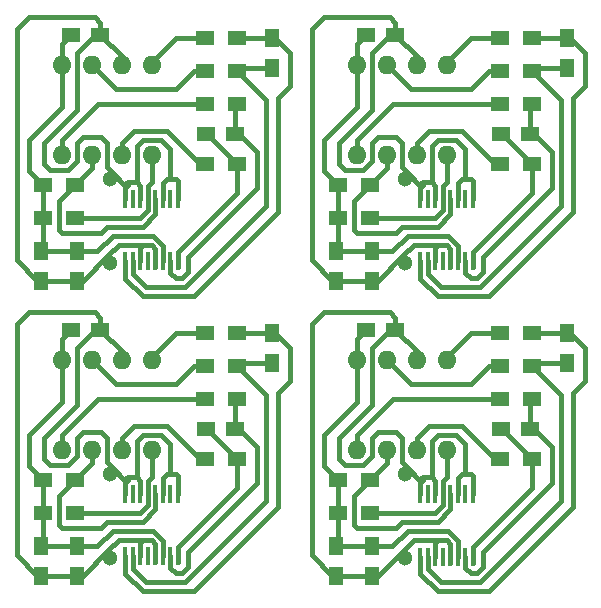
<source format=gtl>
G04 #@! TF.FileFunction,Copper,L1,Top,Signal*
%FSLAX46Y46*%
G04 Gerber Fmt 4.6, Leading zero omitted, Abs format (unit mm)*
G04 Created by KiCad (PCBNEW 0.201603210401+6634~43~ubuntu14.04.1-product) date mån 28 mar 2016 19:03:26*
%MOMM*%
G01*
G04 APERTURE LIST*
%ADD10C,0.100000*%
%ADD11R,0.410000X1.600000*%
%ADD12R,1.250000X1.500000*%
%ADD13R,1.500000X1.300000*%
%ADD14O,1.600000X1.600000*%
%ADD15R,1.500000X1.250000*%
%ADD16C,1.300000*%
%ADD17C,0.400000*%
G04 APERTURE END LIST*
D10*
D11*
X114998500Y-141185900D03*
X114363500Y-141185900D03*
X113728500Y-141185900D03*
X113093500Y-141185900D03*
X112458500Y-141185900D03*
X111823500Y-141185900D03*
X111188500Y-141185900D03*
X110553500Y-141185900D03*
X110553500Y-146494500D03*
X111188500Y-146494500D03*
X111823500Y-146494500D03*
X112458500Y-146494500D03*
X113093500Y-146494500D03*
X113728500Y-146494500D03*
X114363500Y-146494500D03*
X114998500Y-146494500D03*
D12*
X106426000Y-145638200D03*
X106426000Y-148138200D03*
D13*
X103552000Y-142824200D03*
X106252000Y-142824200D03*
X103552000Y-140030200D03*
X106252000Y-140030200D03*
D12*
X103378000Y-145638200D03*
X103378000Y-148138200D03*
D14*
X105156000Y-137490200D03*
X107696000Y-137490200D03*
X110236000Y-137490200D03*
X112776000Y-137490200D03*
X112776000Y-129870200D03*
X110236000Y-129870200D03*
X107696000Y-129870200D03*
X105156000Y-129870200D03*
D12*
X122936000Y-130104200D03*
X122936000Y-127604200D03*
D15*
X105938000Y-127330200D03*
X108438000Y-127330200D03*
D13*
X117268000Y-138252200D03*
X119968000Y-138252200D03*
X117268000Y-133172200D03*
X119968000Y-133172200D03*
X117268000Y-127584200D03*
X119968000Y-127584200D03*
X117268000Y-130378200D03*
X119968000Y-130378200D03*
D15*
X119868000Y-135712200D03*
X117368000Y-135712200D03*
D11*
X139966700Y-141211300D03*
X139331700Y-141211300D03*
X138696700Y-141211300D03*
X138061700Y-141211300D03*
X137426700Y-141211300D03*
X136791700Y-141211300D03*
X136156700Y-141211300D03*
X135521700Y-141211300D03*
X135521700Y-146519900D03*
X136156700Y-146519900D03*
X136791700Y-146519900D03*
X137426700Y-146519900D03*
X138061700Y-146519900D03*
X138696700Y-146519900D03*
X139331700Y-146519900D03*
X139966700Y-146519900D03*
D12*
X131394200Y-145663600D03*
X131394200Y-148163600D03*
D13*
X128520200Y-142849600D03*
X131220200Y-142849600D03*
X128520200Y-140055600D03*
X131220200Y-140055600D03*
D12*
X128346200Y-145663600D03*
X128346200Y-148163600D03*
D14*
X130124200Y-137515600D03*
X132664200Y-137515600D03*
X135204200Y-137515600D03*
X137744200Y-137515600D03*
X137744200Y-129895600D03*
X135204200Y-129895600D03*
X132664200Y-129895600D03*
X130124200Y-129895600D03*
D12*
X147904200Y-130129600D03*
X147904200Y-127629600D03*
D15*
X130906200Y-127355600D03*
X133406200Y-127355600D03*
D13*
X142236200Y-138277600D03*
X144936200Y-138277600D03*
X142236200Y-133197600D03*
X144936200Y-133197600D03*
X142236200Y-127609600D03*
X144936200Y-127609600D03*
X142236200Y-130403600D03*
X144936200Y-130403600D03*
D15*
X144836200Y-135737600D03*
X142336200Y-135737600D03*
D13*
X128520200Y-115062000D03*
X131220200Y-115062000D03*
X128520200Y-117856000D03*
X131220200Y-117856000D03*
X142236200Y-105410000D03*
X144936200Y-105410000D03*
X142236200Y-102616000D03*
X144936200Y-102616000D03*
X142236200Y-108204000D03*
X144936200Y-108204000D03*
X142236200Y-113284000D03*
X144936200Y-113284000D03*
D12*
X131394200Y-120670000D03*
X131394200Y-123170000D03*
X128346200Y-120670000D03*
X128346200Y-123170000D03*
D15*
X130906200Y-102362000D03*
X133406200Y-102362000D03*
D12*
X147904200Y-105136000D03*
X147904200Y-102636000D03*
D11*
X139966700Y-116217700D03*
X139331700Y-116217700D03*
X138696700Y-116217700D03*
X138061700Y-116217700D03*
X137426700Y-116217700D03*
X136791700Y-116217700D03*
X136156700Y-116217700D03*
X135521700Y-116217700D03*
X135521700Y-121526300D03*
X136156700Y-121526300D03*
X136791700Y-121526300D03*
X137426700Y-121526300D03*
X138061700Y-121526300D03*
X138696700Y-121526300D03*
X139331700Y-121526300D03*
X139966700Y-121526300D03*
D15*
X144836200Y-110744000D03*
X142336200Y-110744000D03*
D14*
X130124200Y-112522000D03*
X132664200Y-112522000D03*
X135204200Y-112522000D03*
X137744200Y-112522000D03*
X137744200Y-104902000D03*
X135204200Y-104902000D03*
X132664200Y-104902000D03*
X130124200Y-104902000D03*
X105156000Y-112522000D03*
X107696000Y-112522000D03*
X110236000Y-112522000D03*
X112776000Y-112522000D03*
X112776000Y-104902000D03*
X110236000Y-104902000D03*
X107696000Y-104902000D03*
X105156000Y-104902000D03*
D15*
X119868000Y-110744000D03*
X117368000Y-110744000D03*
D11*
X114998500Y-116217700D03*
X114363500Y-116217700D03*
X113728500Y-116217700D03*
X113093500Y-116217700D03*
X112458500Y-116217700D03*
X111823500Y-116217700D03*
X111188500Y-116217700D03*
X110553500Y-116217700D03*
X110553500Y-121526300D03*
X111188500Y-121526300D03*
X111823500Y-121526300D03*
X112458500Y-121526300D03*
X113093500Y-121526300D03*
X113728500Y-121526300D03*
X114363500Y-121526300D03*
X114998500Y-121526300D03*
D12*
X122936000Y-105136000D03*
X122936000Y-102636000D03*
D15*
X105938000Y-102362000D03*
X108438000Y-102362000D03*
D12*
X103378000Y-120670000D03*
X103378000Y-123170000D03*
X106426000Y-120670000D03*
X106426000Y-123170000D03*
D13*
X117268000Y-113284000D03*
X119968000Y-113284000D03*
X117268000Y-108204000D03*
X119968000Y-108204000D03*
X117268000Y-102616000D03*
X119968000Y-102616000D03*
X117268000Y-105410000D03*
X119968000Y-105410000D03*
X103552000Y-117856000D03*
X106252000Y-117856000D03*
X103552000Y-115062000D03*
X106252000Y-115062000D03*
D16*
X109220000Y-139522200D03*
X109220000Y-146634200D03*
X134188200Y-139547600D03*
X134188200Y-146659600D03*
X134188200Y-121666000D03*
X134188200Y-114554000D03*
X109220000Y-114554000D03*
X109220000Y-121666000D03*
D17*
X115824000Y-146126200D02*
X121666000Y-140284200D01*
X115824000Y-147396200D02*
X115824000Y-146126200D01*
X115316000Y-147904200D02*
X115824000Y-147396200D01*
X114363500Y-146494500D02*
X114363500Y-147459700D01*
X114808000Y-147904200D02*
X115316000Y-147904200D01*
X114363500Y-147459700D02*
X114808000Y-147904200D01*
X121666000Y-137236200D02*
X120142000Y-135712200D01*
X119868000Y-135712200D02*
X119868000Y-133272200D01*
X119868000Y-133272200D02*
X119968000Y-133172200D01*
X120142000Y-135712200D02*
X119868000Y-135712200D01*
X121666000Y-140284200D02*
X121666000Y-137236200D01*
X140792200Y-146151600D02*
X146634200Y-140309600D01*
X140792200Y-147421600D02*
X140792200Y-146151600D01*
X140284200Y-147929600D02*
X140792200Y-147421600D01*
X139331700Y-146519900D02*
X139331700Y-147485100D01*
X139776200Y-147929600D02*
X140284200Y-147929600D01*
X139331700Y-147485100D02*
X139776200Y-147929600D01*
X146634200Y-137261600D02*
X145110200Y-135737600D01*
X144836200Y-135737600D02*
X144836200Y-133297600D01*
X144836200Y-133297600D02*
X144936200Y-133197600D01*
X145110200Y-135737600D02*
X144836200Y-135737600D01*
X146634200Y-140309600D02*
X146634200Y-137261600D01*
X144836200Y-108304000D02*
X144936200Y-108204000D01*
X144836200Y-110744000D02*
X144836200Y-108304000D01*
X145110200Y-110744000D02*
X144836200Y-110744000D01*
X139331700Y-122491500D02*
X139776200Y-122936000D01*
X139776200Y-122936000D02*
X140284200Y-122936000D01*
X140284200Y-122936000D02*
X140792200Y-122428000D01*
X140792200Y-122428000D02*
X140792200Y-121158000D01*
X140792200Y-121158000D02*
X146634200Y-115316000D01*
X146634200Y-115316000D02*
X146634200Y-112268000D01*
X146634200Y-112268000D02*
X145110200Y-110744000D01*
X139331700Y-121526300D02*
X139331700Y-122491500D01*
X114363500Y-121526300D02*
X114363500Y-122491500D01*
X121666000Y-112268000D02*
X120142000Y-110744000D01*
X121666000Y-115316000D02*
X121666000Y-112268000D01*
X115824000Y-121158000D02*
X121666000Y-115316000D01*
X115824000Y-122428000D02*
X115824000Y-121158000D01*
X115316000Y-122936000D02*
X115824000Y-122428000D01*
X114808000Y-122936000D02*
X115316000Y-122936000D01*
X114363500Y-122491500D02*
X114808000Y-122936000D01*
X120142000Y-110744000D02*
X119868000Y-110744000D01*
X119868000Y-110744000D02*
X119868000Y-108304000D01*
X119868000Y-108304000D02*
X119968000Y-108204000D01*
X119968000Y-140712200D02*
X114998500Y-145681700D01*
X114998500Y-145681700D02*
X114998500Y-147002500D01*
X117368000Y-135712200D02*
X117428000Y-135712200D01*
X117428000Y-135712200D02*
X119968000Y-138252200D01*
X119968000Y-138252200D02*
X119968000Y-140712200D01*
X144936200Y-140737600D02*
X139966700Y-145707100D01*
X139966700Y-145707100D02*
X139966700Y-147027900D01*
X142336200Y-135737600D02*
X142396200Y-135737600D01*
X142396200Y-135737600D02*
X144936200Y-138277600D01*
X144936200Y-138277600D02*
X144936200Y-140737600D01*
X142396200Y-110744000D02*
X144936200Y-113284000D01*
X142336200Y-110744000D02*
X142396200Y-110744000D01*
X144936200Y-115744000D02*
X139966700Y-120713500D01*
X139966700Y-120713500D02*
X139966700Y-122034300D01*
X144936200Y-113284000D02*
X144936200Y-115744000D01*
X119968000Y-113284000D02*
X119968000Y-115744000D01*
X114998500Y-120713500D02*
X114998500Y-122034300D01*
X119968000Y-115744000D02*
X114998500Y-120713500D01*
X117368000Y-110744000D02*
X117428000Y-110744000D01*
X117428000Y-110744000D02*
X119968000Y-113284000D01*
X115570000Y-148666200D02*
X122428000Y-141808200D01*
X111188500Y-147586700D02*
X112268000Y-148666200D01*
X112268000Y-148666200D02*
X115570000Y-148666200D01*
X111188500Y-146494500D02*
X111188500Y-147586700D01*
X122428000Y-132838200D02*
X119968000Y-130378200D01*
X122428000Y-141808200D02*
X122428000Y-132838200D01*
X122936000Y-130104200D02*
X120242000Y-130104200D01*
X120242000Y-130104200D02*
X119968000Y-130378200D01*
X140538200Y-148691600D02*
X147396200Y-141833600D01*
X136156700Y-147612100D02*
X137236200Y-148691600D01*
X137236200Y-148691600D02*
X140538200Y-148691600D01*
X136156700Y-146519900D02*
X136156700Y-147612100D01*
X147396200Y-132863600D02*
X144936200Y-130403600D01*
X147396200Y-141833600D02*
X147396200Y-132863600D01*
X147904200Y-130129600D02*
X145210200Y-130129600D01*
X145210200Y-130129600D02*
X144936200Y-130403600D01*
X136156700Y-122618500D02*
X137236200Y-123698000D01*
X137236200Y-123698000D02*
X140538200Y-123698000D01*
X140538200Y-123698000D02*
X147396200Y-116840000D01*
X147396200Y-116840000D02*
X147396200Y-107870000D01*
X147396200Y-107870000D02*
X144936200Y-105410000D01*
X136156700Y-121526300D02*
X136156700Y-122618500D01*
X145210200Y-105136000D02*
X144936200Y-105410000D01*
X147904200Y-105136000D02*
X145210200Y-105136000D01*
X122936000Y-105136000D02*
X120242000Y-105136000D01*
X120242000Y-105136000D02*
X119968000Y-105410000D01*
X111188500Y-121526300D02*
X111188500Y-122618500D01*
X122428000Y-107870000D02*
X119968000Y-105410000D01*
X122428000Y-116840000D02*
X122428000Y-107870000D01*
X115570000Y-123698000D02*
X122428000Y-116840000D01*
X112268000Y-123698000D02*
X115570000Y-123698000D01*
X111188500Y-122618500D02*
X112268000Y-123698000D01*
X123444000Y-142316200D02*
X116332000Y-149428200D01*
X112014000Y-149428200D02*
X110553500Y-147967700D01*
X116332000Y-149428200D02*
X112014000Y-149428200D01*
X110553500Y-147967700D02*
X110553500Y-146494500D01*
X122936000Y-127604200D02*
X123210000Y-127604200D01*
X123210000Y-127604200D02*
X124460000Y-128854200D01*
X124460000Y-128854200D02*
X124460000Y-131648200D01*
X124460000Y-131648200D02*
X123444000Y-132664200D01*
X123444000Y-132664200D02*
X123444000Y-142316200D01*
X122916000Y-127584200D02*
X122936000Y-127604200D01*
X119968000Y-127584200D02*
X122916000Y-127584200D01*
X148412200Y-142341600D02*
X141300200Y-149453600D01*
X136982200Y-149453600D02*
X135521700Y-147993100D01*
X141300200Y-149453600D02*
X136982200Y-149453600D01*
X135521700Y-147993100D02*
X135521700Y-146519900D01*
X147904200Y-127629600D02*
X148178200Y-127629600D01*
X148178200Y-127629600D02*
X149428200Y-128879600D01*
X149428200Y-128879600D02*
X149428200Y-131673600D01*
X149428200Y-131673600D02*
X148412200Y-132689600D01*
X148412200Y-132689600D02*
X148412200Y-142341600D01*
X147884200Y-127609600D02*
X147904200Y-127629600D01*
X144936200Y-127609600D02*
X147884200Y-127609600D01*
X147884200Y-102616000D02*
X147904200Y-102636000D01*
X144936200Y-102616000D02*
X147884200Y-102616000D01*
X149428200Y-103886000D02*
X149428200Y-106680000D01*
X149428200Y-106680000D02*
X148412200Y-107696000D01*
X148412200Y-107696000D02*
X148412200Y-117348000D01*
X148412200Y-117348000D02*
X141300200Y-124460000D01*
X141300200Y-124460000D02*
X136982200Y-124460000D01*
X136982200Y-124460000D02*
X135521700Y-122999500D01*
X135521700Y-122999500D02*
X135521700Y-121526300D01*
X148178200Y-102636000D02*
X149428200Y-103886000D01*
X147904200Y-102636000D02*
X148178200Y-102636000D01*
X122936000Y-102636000D02*
X123210000Y-102636000D01*
X123210000Y-102636000D02*
X124460000Y-103886000D01*
X110553500Y-122999500D02*
X110553500Y-121526300D01*
X112014000Y-124460000D02*
X110553500Y-122999500D01*
X116332000Y-124460000D02*
X112014000Y-124460000D01*
X123444000Y-117348000D02*
X116332000Y-124460000D01*
X123444000Y-107696000D02*
X123444000Y-117348000D01*
X124460000Y-106680000D02*
X123444000Y-107696000D01*
X124460000Y-103886000D02*
X124460000Y-106680000D01*
X119968000Y-102616000D02*
X122916000Y-102616000D01*
X122916000Y-102616000D02*
X122936000Y-102636000D01*
X113728500Y-146494500D02*
X113728500Y-145214170D01*
X113728500Y-145214170D02*
X112862530Y-144348200D01*
X102362000Y-138840200D02*
X103552000Y-140030200D01*
X103378000Y-145638200D02*
X106426000Y-145638200D01*
X103552000Y-145464200D02*
X103378000Y-145638200D01*
X103552000Y-142824200D02*
X103552000Y-145464200D01*
X103552000Y-140030200D02*
X103552000Y-142824200D01*
X102362000Y-136220200D02*
X102362000Y-138840200D01*
X105156000Y-129870200D02*
X105156000Y-128112200D01*
X105156000Y-128112200D02*
X105938000Y-127330200D01*
X105156000Y-129870200D02*
X105156000Y-133426200D01*
X105156000Y-133426200D02*
X102362000Y-136220200D01*
X112862530Y-144348200D02*
X109474000Y-144348200D01*
X106426000Y-145638200D02*
X106426000Y-145130200D01*
X109474000Y-144348200D02*
X108184000Y-145638200D01*
X108184000Y-145638200D02*
X106426000Y-145638200D01*
X106700000Y-145364200D02*
X106426000Y-145638200D01*
X138696700Y-146519900D02*
X138696700Y-145239570D01*
X138696700Y-145239570D02*
X137830730Y-144373600D01*
X127330200Y-138865600D02*
X128520200Y-140055600D01*
X128346200Y-145663600D02*
X131394200Y-145663600D01*
X128520200Y-145489600D02*
X128346200Y-145663600D01*
X128520200Y-142849600D02*
X128520200Y-145489600D01*
X128520200Y-140055600D02*
X128520200Y-142849600D01*
X127330200Y-136245600D02*
X127330200Y-138865600D01*
X130124200Y-129895600D02*
X130124200Y-128137600D01*
X130124200Y-128137600D02*
X130906200Y-127355600D01*
X130124200Y-129895600D02*
X130124200Y-133451600D01*
X130124200Y-133451600D02*
X127330200Y-136245600D01*
X137830730Y-144373600D02*
X134442200Y-144373600D01*
X131394200Y-145663600D02*
X131394200Y-145155600D01*
X134442200Y-144373600D02*
X133152200Y-145663600D01*
X133152200Y-145663600D02*
X131394200Y-145663600D01*
X131668200Y-145389600D02*
X131394200Y-145663600D01*
X130124200Y-103144000D02*
X130906200Y-102362000D01*
X130124200Y-104902000D02*
X130124200Y-103144000D01*
X127330200Y-113872000D02*
X128520200Y-115062000D01*
X130124200Y-108458000D02*
X127330200Y-111252000D01*
X127330200Y-111252000D02*
X127330200Y-113872000D01*
X130124200Y-104902000D02*
X130124200Y-108458000D01*
X128520200Y-115062000D02*
X128520200Y-117856000D01*
X128520200Y-120496000D02*
X128346200Y-120670000D01*
X128520200Y-117856000D02*
X128520200Y-120496000D01*
X128346200Y-120670000D02*
X131394200Y-120670000D01*
X131668200Y-120396000D02*
X131394200Y-120670000D01*
X131394200Y-120670000D02*
X131394200Y-120162000D01*
X138696700Y-120245970D02*
X137830730Y-119380000D01*
X137830730Y-119380000D02*
X134442200Y-119380000D01*
X134442200Y-119380000D02*
X133152200Y-120670000D01*
X133152200Y-120670000D02*
X131394200Y-120670000D01*
X138696700Y-121526300D02*
X138696700Y-120245970D01*
X113728500Y-121526300D02*
X113728500Y-120245970D01*
X108184000Y-120670000D02*
X106426000Y-120670000D01*
X109474000Y-119380000D02*
X108184000Y-120670000D01*
X112862530Y-119380000D02*
X109474000Y-119380000D01*
X113728500Y-120245970D02*
X112862530Y-119380000D01*
X106426000Y-120670000D02*
X106426000Y-120162000D01*
X106700000Y-120396000D02*
X106426000Y-120670000D01*
X103378000Y-120670000D02*
X106426000Y-120670000D01*
X103552000Y-117856000D02*
X103552000Y-120496000D01*
X103552000Y-120496000D02*
X103378000Y-120670000D01*
X103552000Y-115062000D02*
X103552000Y-117856000D01*
X105156000Y-104902000D02*
X105156000Y-108458000D01*
X102362000Y-111252000D02*
X102362000Y-113872000D01*
X105156000Y-108458000D02*
X102362000Y-111252000D01*
X102362000Y-113872000D02*
X103552000Y-115062000D01*
X105156000Y-104902000D02*
X105156000Y-103144000D01*
X105156000Y-103144000D02*
X105938000Y-102362000D01*
X113728500Y-139839700D02*
X113728500Y-141185900D01*
X114998500Y-141185900D02*
X114998500Y-139712700D01*
X112776000Y-145110200D02*
X112014000Y-145110200D01*
X113093500Y-146494500D02*
X113093500Y-145427700D01*
X113093500Y-145427700D02*
X112776000Y-145110200D01*
X113093500Y-147002500D02*
X113093500Y-146022230D01*
X101346000Y-146380200D02*
X101346000Y-126822200D01*
X103378000Y-148138200D02*
X103104000Y-148138200D01*
X103104000Y-148138200D02*
X101346000Y-146380200D01*
X106426000Y-148138200D02*
X103378000Y-148138200D01*
X106426000Y-137998200D02*
X106172000Y-138252200D01*
X104140000Y-138760200D02*
X105664000Y-138760200D01*
X105664000Y-138760200D02*
X106172000Y-138252200D01*
X106426000Y-137998200D02*
X106426000Y-136474200D01*
X103632000Y-136474200D02*
X103632000Y-138252200D01*
X103632000Y-138252200D02*
X104140000Y-138760200D01*
X107950000Y-125806200D02*
X108438000Y-126294200D01*
X102362000Y-125806200D02*
X107950000Y-125806200D01*
X101346000Y-126822200D02*
X102362000Y-125806200D01*
X108438000Y-126294200D02*
X108438000Y-127330200D01*
X110236000Y-129870200D02*
X110236000Y-129128200D01*
X108438000Y-127330200D02*
X107950000Y-127330200D01*
X110236000Y-129128200D02*
X108438000Y-127330200D01*
X107950000Y-127330200D02*
X106426000Y-128854200D01*
X106426000Y-128854200D02*
X106426000Y-133680200D01*
X106426000Y-133680200D02*
X103632000Y-136474200D01*
X108966000Y-138506200D02*
X109474000Y-139014200D01*
X108966000Y-136474200D02*
X108966000Y-138506200D01*
X109220000Y-139522200D02*
X109474000Y-139268200D01*
X106934000Y-135966200D02*
X108458000Y-135966200D01*
X106426000Y-136474200D02*
X106934000Y-135966200D01*
X109474000Y-139268200D02*
X109474000Y-139014200D01*
X108458000Y-135966200D02*
X108966000Y-136474200D01*
X110744000Y-140030200D02*
X110553500Y-140030200D01*
X110744000Y-139776200D02*
X110553500Y-139966700D01*
X110553500Y-140093700D02*
X110680500Y-140093700D01*
X110680500Y-140093700D02*
X110744000Y-140030200D01*
X110553500Y-139966700D02*
X110553500Y-140030200D01*
X111823500Y-141185900D02*
X111823500Y-140093700D01*
X111823500Y-140093700D02*
X111506000Y-139776200D01*
X111506000Y-139776200D02*
X110744000Y-139776200D01*
X110553500Y-140030200D02*
X110553500Y-141185900D01*
X109093000Y-145999200D02*
X109093000Y-146507200D01*
X106954000Y-148138200D02*
X106426000Y-148138200D01*
X109093000Y-145999200D02*
X106954000Y-148138200D01*
X109093000Y-146507200D02*
X109220000Y-146634200D01*
X111823500Y-145300700D02*
X111823500Y-146494500D01*
X112014000Y-145110200D02*
X109982000Y-145110200D01*
X109982000Y-145110200D02*
X109093000Y-145999200D01*
X112014000Y-145110200D02*
X111823500Y-145300700D01*
X113538000Y-136220200D02*
X112014000Y-136220200D01*
X111506000Y-136728200D02*
X112014000Y-136220200D01*
X109474000Y-139014200D02*
X110553500Y-140093700D01*
X111506000Y-136728200D02*
X111506000Y-139776200D01*
X114046000Y-136728200D02*
X114300000Y-136982200D01*
X114300000Y-139522200D02*
X114300000Y-136982200D01*
X113538000Y-136220200D02*
X114046000Y-136728200D01*
X114046000Y-139522200D02*
X113728500Y-139839700D01*
X114300000Y-139522200D02*
X114046000Y-139522200D01*
X114808000Y-139522200D02*
X114300000Y-139522200D01*
X114998500Y-139712700D02*
X114808000Y-139522200D01*
X138696700Y-139865100D02*
X138696700Y-141211300D01*
X139966700Y-141211300D02*
X139966700Y-139738100D01*
X137744200Y-145135600D02*
X136982200Y-145135600D01*
X138061700Y-146519900D02*
X138061700Y-145453100D01*
X138061700Y-145453100D02*
X137744200Y-145135600D01*
X138061700Y-147027900D02*
X138061700Y-146047630D01*
X126314200Y-146405600D02*
X126314200Y-126847600D01*
X128346200Y-148163600D02*
X128072200Y-148163600D01*
X128072200Y-148163600D02*
X126314200Y-146405600D01*
X131394200Y-148163600D02*
X128346200Y-148163600D01*
X131394200Y-138023600D02*
X131140200Y-138277600D01*
X129108200Y-138785600D02*
X130632200Y-138785600D01*
X130632200Y-138785600D02*
X131140200Y-138277600D01*
X131394200Y-138023600D02*
X131394200Y-136499600D01*
X128600200Y-136499600D02*
X128600200Y-138277600D01*
X128600200Y-138277600D02*
X129108200Y-138785600D01*
X132918200Y-125831600D02*
X133406200Y-126319600D01*
X127330200Y-125831600D02*
X132918200Y-125831600D01*
X126314200Y-126847600D02*
X127330200Y-125831600D01*
X133406200Y-126319600D02*
X133406200Y-127355600D01*
X135204200Y-129895600D02*
X135204200Y-129153600D01*
X133406200Y-127355600D02*
X132918200Y-127355600D01*
X135204200Y-129153600D02*
X133406200Y-127355600D01*
X132918200Y-127355600D02*
X131394200Y-128879600D01*
X131394200Y-128879600D02*
X131394200Y-133705600D01*
X131394200Y-133705600D02*
X128600200Y-136499600D01*
X133934200Y-138531600D02*
X134442200Y-139039600D01*
X133934200Y-136499600D02*
X133934200Y-138531600D01*
X134188200Y-139547600D02*
X134442200Y-139293600D01*
X131902200Y-135991600D02*
X133426200Y-135991600D01*
X131394200Y-136499600D02*
X131902200Y-135991600D01*
X134442200Y-139293600D02*
X134442200Y-139039600D01*
X133426200Y-135991600D02*
X133934200Y-136499600D01*
X135712200Y-140055600D02*
X135521700Y-140055600D01*
X135712200Y-139801600D02*
X135521700Y-139992100D01*
X135521700Y-140119100D02*
X135648700Y-140119100D01*
X135648700Y-140119100D02*
X135712200Y-140055600D01*
X135521700Y-139992100D02*
X135521700Y-140055600D01*
X136791700Y-141211300D02*
X136791700Y-140119100D01*
X136791700Y-140119100D02*
X136474200Y-139801600D01*
X136474200Y-139801600D02*
X135712200Y-139801600D01*
X135521700Y-140055600D02*
X135521700Y-141211300D01*
X134061200Y-146024600D02*
X134061200Y-146532600D01*
X131922200Y-148163600D02*
X131394200Y-148163600D01*
X134061200Y-146024600D02*
X131922200Y-148163600D01*
X134061200Y-146532600D02*
X134188200Y-146659600D01*
X136791700Y-145326100D02*
X136791700Y-146519900D01*
X136982200Y-145135600D02*
X134950200Y-145135600D01*
X134950200Y-145135600D02*
X134061200Y-146024600D01*
X136982200Y-145135600D02*
X136791700Y-145326100D01*
X138506200Y-136245600D02*
X136982200Y-136245600D01*
X136474200Y-136753600D02*
X136982200Y-136245600D01*
X134442200Y-139039600D02*
X135521700Y-140119100D01*
X136474200Y-136753600D02*
X136474200Y-139801600D01*
X139014200Y-136753600D02*
X139268200Y-137007600D01*
X139268200Y-139547600D02*
X139268200Y-137007600D01*
X138506200Y-136245600D02*
X139014200Y-136753600D01*
X139014200Y-139547600D02*
X138696700Y-139865100D01*
X139268200Y-139547600D02*
X139014200Y-139547600D01*
X139776200Y-139547600D02*
X139268200Y-139547600D01*
X139966700Y-139738100D02*
X139776200Y-139547600D01*
X135204200Y-104160000D02*
X133406200Y-102362000D01*
X135204200Y-104902000D02*
X135204200Y-104160000D01*
X138061700Y-122034300D02*
X138061700Y-121054030D01*
X131394200Y-123170000D02*
X128346200Y-123170000D01*
X126314200Y-121412000D02*
X126314200Y-101854000D01*
X126314200Y-101854000D02*
X127330200Y-100838000D01*
X127330200Y-100838000D02*
X132918200Y-100838000D01*
X132918200Y-100838000D02*
X133406200Y-101326000D01*
X133406200Y-101326000D02*
X133406200Y-102362000D01*
X128072200Y-123170000D02*
X126314200Y-121412000D01*
X128346200Y-123170000D02*
X128072200Y-123170000D01*
X138061700Y-120459500D02*
X137744200Y-120142000D01*
X137744200Y-120142000D02*
X136982200Y-120142000D01*
X136982200Y-120142000D02*
X136791700Y-120332500D01*
X136791700Y-120332500D02*
X136791700Y-121526300D01*
X138061700Y-121526300D02*
X138061700Y-120459500D01*
X131922200Y-123170000D02*
X131394200Y-123170000D01*
X134061200Y-121031000D02*
X131922200Y-123170000D01*
X134950200Y-120142000D02*
X134061200Y-121031000D01*
X136982200Y-120142000D02*
X134950200Y-120142000D01*
X135521700Y-115062000D02*
X135521700Y-116217700D01*
X136474200Y-114808000D02*
X135712200Y-114808000D01*
X135712200Y-114808000D02*
X135521700Y-114998500D01*
X135521700Y-114998500D02*
X135521700Y-115062000D01*
X136791700Y-115125500D02*
X136474200Y-114808000D01*
X136791700Y-116217700D02*
X136791700Y-115125500D01*
X139014200Y-114554000D02*
X138696700Y-114871500D01*
X139268200Y-114554000D02*
X139014200Y-114554000D01*
X138696700Y-114871500D02*
X138696700Y-116217700D01*
X139776200Y-114554000D02*
X139268200Y-114554000D01*
X139966700Y-114744500D02*
X139776200Y-114554000D01*
X139966700Y-116217700D02*
X139966700Y-114744500D01*
X136474200Y-111760000D02*
X136474200Y-114808000D01*
X139268200Y-114554000D02*
X139268200Y-112014000D01*
X139014200Y-111760000D02*
X139268200Y-112014000D01*
X138506200Y-111252000D02*
X139014200Y-111760000D01*
X136474200Y-111760000D02*
X136982200Y-111252000D01*
X138506200Y-111252000D02*
X136982200Y-111252000D01*
X133406200Y-102362000D02*
X132918200Y-102362000D01*
X135648700Y-115125500D02*
X135712200Y-115062000D01*
X135521700Y-115125500D02*
X135648700Y-115125500D01*
X134442200Y-114046000D02*
X135521700Y-115125500D01*
X135712200Y-115062000D02*
X135521700Y-115062000D01*
X132918200Y-102362000D02*
X131394200Y-103886000D01*
X130632200Y-113792000D02*
X131140200Y-113284000D01*
X129108200Y-113792000D02*
X130632200Y-113792000D01*
X128600200Y-113284000D02*
X129108200Y-113792000D01*
X128600200Y-111506000D02*
X128600200Y-113284000D01*
X131394200Y-108712000D02*
X128600200Y-111506000D01*
X131394200Y-103886000D02*
X131394200Y-108712000D01*
X131394200Y-113030000D02*
X131140200Y-113284000D01*
X133934200Y-113538000D02*
X134442200Y-114046000D01*
X133934200Y-111506000D02*
X133934200Y-113538000D01*
X133426200Y-110998000D02*
X133934200Y-111506000D01*
X131902200Y-110998000D02*
X133426200Y-110998000D01*
X131394200Y-111506000D02*
X131902200Y-110998000D01*
X131394200Y-113030000D02*
X131394200Y-111506000D01*
X134061200Y-121539000D02*
X134188200Y-121666000D01*
X134188200Y-114554000D02*
X134442200Y-114300000D01*
X134442200Y-114300000D02*
X134442200Y-114046000D01*
X134061200Y-121031000D02*
X134061200Y-121539000D01*
X109093000Y-121031000D02*
X109093000Y-121539000D01*
X109474000Y-114300000D02*
X109474000Y-114046000D01*
X109220000Y-114554000D02*
X109474000Y-114300000D01*
X109093000Y-121539000D02*
X109220000Y-121666000D01*
X106426000Y-113030000D02*
X106426000Y-111506000D01*
X106426000Y-111506000D02*
X106934000Y-110998000D01*
X106934000Y-110998000D02*
X108458000Y-110998000D01*
X108458000Y-110998000D02*
X108966000Y-111506000D01*
X108966000Y-111506000D02*
X108966000Y-113538000D01*
X108966000Y-113538000D02*
X109474000Y-114046000D01*
X106426000Y-113030000D02*
X106172000Y-113284000D01*
X106426000Y-103886000D02*
X106426000Y-108712000D01*
X106426000Y-108712000D02*
X103632000Y-111506000D01*
X103632000Y-111506000D02*
X103632000Y-113284000D01*
X103632000Y-113284000D02*
X104140000Y-113792000D01*
X104140000Y-113792000D02*
X105664000Y-113792000D01*
X105664000Y-113792000D02*
X106172000Y-113284000D01*
X107950000Y-102362000D02*
X106426000Y-103886000D01*
X110744000Y-115062000D02*
X110553500Y-115062000D01*
X109474000Y-114046000D02*
X110553500Y-115125500D01*
X110553500Y-115125500D02*
X110680500Y-115125500D01*
X110680500Y-115125500D02*
X110744000Y-115062000D01*
X108438000Y-102362000D02*
X107950000Y-102362000D01*
X113538000Y-111252000D02*
X112014000Y-111252000D01*
X111506000Y-111760000D02*
X112014000Y-111252000D01*
X113538000Y-111252000D02*
X114046000Y-111760000D01*
X114046000Y-111760000D02*
X114300000Y-112014000D01*
X114300000Y-114554000D02*
X114300000Y-112014000D01*
X111506000Y-111760000D02*
X111506000Y-114808000D01*
X114998500Y-116217700D02*
X114998500Y-114744500D01*
X114998500Y-114744500D02*
X114808000Y-114554000D01*
X114808000Y-114554000D02*
X114300000Y-114554000D01*
X113728500Y-114871500D02*
X113728500Y-116217700D01*
X114300000Y-114554000D02*
X114046000Y-114554000D01*
X114046000Y-114554000D02*
X113728500Y-114871500D01*
X111823500Y-116217700D02*
X111823500Y-115125500D01*
X111823500Y-115125500D02*
X111506000Y-114808000D01*
X110553500Y-114998500D02*
X110553500Y-115062000D01*
X110744000Y-114808000D02*
X110553500Y-114998500D01*
X111506000Y-114808000D02*
X110744000Y-114808000D01*
X110553500Y-115062000D02*
X110553500Y-116217700D01*
X112014000Y-120142000D02*
X109982000Y-120142000D01*
X109982000Y-120142000D02*
X109093000Y-121031000D01*
X109093000Y-121031000D02*
X106954000Y-123170000D01*
X106954000Y-123170000D02*
X106426000Y-123170000D01*
X113093500Y-121526300D02*
X113093500Y-120459500D01*
X111823500Y-120332500D02*
X111823500Y-121526300D01*
X112014000Y-120142000D02*
X111823500Y-120332500D01*
X112776000Y-120142000D02*
X112014000Y-120142000D01*
X113093500Y-120459500D02*
X112776000Y-120142000D01*
X103378000Y-123170000D02*
X103104000Y-123170000D01*
X103104000Y-123170000D02*
X101346000Y-121412000D01*
X108438000Y-101326000D02*
X108438000Y-102362000D01*
X107950000Y-100838000D02*
X108438000Y-101326000D01*
X102362000Y-100838000D02*
X107950000Y-100838000D01*
X101346000Y-101854000D02*
X102362000Y-100838000D01*
X101346000Y-121412000D02*
X101346000Y-101854000D01*
X106426000Y-123170000D02*
X103378000Y-123170000D01*
X113093500Y-122034300D02*
X113093500Y-121054030D01*
X110236000Y-104902000D02*
X110236000Y-104160000D01*
X110236000Y-104160000D02*
X108438000Y-102362000D01*
X105156000Y-137490200D02*
X105156000Y-136220200D01*
X108204000Y-133172200D02*
X105156000Y-136220200D01*
X108204000Y-133172200D02*
X117268000Y-133172200D01*
X130124200Y-137515600D02*
X130124200Y-136245600D01*
X133172200Y-133197600D02*
X130124200Y-136245600D01*
X133172200Y-133197600D02*
X142236200Y-133197600D01*
X133172200Y-108204000D02*
X142236200Y-108204000D01*
X133172200Y-108204000D02*
X130124200Y-111252000D01*
X130124200Y-112522000D02*
X130124200Y-111252000D01*
X105156000Y-112522000D02*
X105156000Y-111252000D01*
X108204000Y-108204000D02*
X105156000Y-111252000D01*
X108204000Y-108204000D02*
X117268000Y-108204000D01*
X113093500Y-141185900D02*
X113093500Y-142506700D01*
X108458000Y-144094200D02*
X105156000Y-144094200D01*
X107696000Y-138586200D02*
X106252000Y-140030200D01*
X104902000Y-141380200D02*
X106252000Y-140030200D01*
X105156000Y-144094200D02*
X104902000Y-143840200D01*
X104902000Y-143840200D02*
X104902000Y-141380200D01*
X107696000Y-137490200D02*
X107696000Y-138586200D01*
X113093500Y-142506700D02*
X112014000Y-143586200D01*
X112014000Y-143586200D02*
X108966000Y-143586200D01*
X108966000Y-143586200D02*
X108458000Y-144094200D01*
X138061700Y-141211300D02*
X138061700Y-142532100D01*
X133426200Y-144119600D02*
X130124200Y-144119600D01*
X132664200Y-138611600D02*
X131220200Y-140055600D01*
X129870200Y-141405600D02*
X131220200Y-140055600D01*
X130124200Y-144119600D02*
X129870200Y-143865600D01*
X129870200Y-143865600D02*
X129870200Y-141405600D01*
X132664200Y-137515600D02*
X132664200Y-138611600D01*
X138061700Y-142532100D02*
X136982200Y-143611600D01*
X136982200Y-143611600D02*
X133934200Y-143611600D01*
X133934200Y-143611600D02*
X133426200Y-144119600D01*
X132664200Y-113618000D02*
X131220200Y-115062000D01*
X132664200Y-112522000D02*
X132664200Y-113618000D01*
X130124200Y-119126000D02*
X129870200Y-118872000D01*
X129870200Y-118872000D02*
X129870200Y-116412000D01*
X129870200Y-116412000D02*
X131220200Y-115062000D01*
X138061700Y-116217700D02*
X138061700Y-117538500D01*
X133934200Y-118618000D02*
X133426200Y-119126000D01*
X136982200Y-118618000D02*
X133934200Y-118618000D01*
X138061700Y-117538500D02*
X136982200Y-118618000D01*
X133426200Y-119126000D02*
X130124200Y-119126000D01*
X108458000Y-119126000D02*
X105156000Y-119126000D01*
X113093500Y-117538500D02*
X112014000Y-118618000D01*
X112014000Y-118618000D02*
X108966000Y-118618000D01*
X108966000Y-118618000D02*
X108458000Y-119126000D01*
X113093500Y-116217700D02*
X113093500Y-117538500D01*
X104902000Y-116412000D02*
X106252000Y-115062000D01*
X104902000Y-118872000D02*
X104902000Y-116412000D01*
X105156000Y-119126000D02*
X104902000Y-118872000D01*
X107696000Y-112522000D02*
X107696000Y-113618000D01*
X107696000Y-113618000D02*
X106252000Y-115062000D01*
X110236000Y-137490200D02*
X110236000Y-136474200D01*
X111252000Y-135458200D02*
X110236000Y-136474200D01*
X114046000Y-135458200D02*
X111252000Y-135458200D01*
X114046000Y-135458200D02*
X116840000Y-138252200D01*
X117268000Y-138252200D02*
X116840000Y-138252200D01*
X135204200Y-137515600D02*
X135204200Y-136499600D01*
X136220200Y-135483600D02*
X135204200Y-136499600D01*
X139014200Y-135483600D02*
X136220200Y-135483600D01*
X139014200Y-135483600D02*
X141808200Y-138277600D01*
X142236200Y-138277600D02*
X141808200Y-138277600D01*
X142236200Y-113284000D02*
X141808200Y-113284000D01*
X139014200Y-110490000D02*
X141808200Y-113284000D01*
X139014200Y-110490000D02*
X136220200Y-110490000D01*
X136220200Y-110490000D02*
X135204200Y-111506000D01*
X135204200Y-112522000D02*
X135204200Y-111506000D01*
X110236000Y-112522000D02*
X110236000Y-111506000D01*
X111252000Y-110490000D02*
X110236000Y-111506000D01*
X114046000Y-110490000D02*
X111252000Y-110490000D01*
X114046000Y-110490000D02*
X116840000Y-113284000D01*
X117268000Y-113284000D02*
X116840000Y-113284000D01*
X112458500Y-141185900D02*
X112458500Y-142125700D01*
X112458500Y-140093700D02*
X112458500Y-141693900D01*
X106506000Y-143078200D02*
X106252000Y-142824200D01*
X111760000Y-142824200D02*
X106506000Y-142824200D01*
X112458500Y-142125700D02*
X111760000Y-142824200D01*
X112776000Y-139776200D02*
X112458500Y-140093700D01*
X112776000Y-137490200D02*
X112776000Y-139776200D01*
X137426700Y-141211300D02*
X137426700Y-142151100D01*
X137426700Y-140119100D02*
X137426700Y-141719300D01*
X131474200Y-143103600D02*
X131220200Y-142849600D01*
X136728200Y-142849600D02*
X131474200Y-142849600D01*
X137426700Y-142151100D02*
X136728200Y-142849600D01*
X137744200Y-139801600D02*
X137426700Y-140119100D01*
X137744200Y-137515600D02*
X137744200Y-139801600D01*
X137744200Y-114808000D02*
X137426700Y-115125500D01*
X137426700Y-115125500D02*
X137426700Y-116725700D01*
X137744200Y-112522000D02*
X137744200Y-114808000D01*
X131474200Y-118110000D02*
X131220200Y-117856000D01*
X137426700Y-117157500D02*
X136728200Y-117856000D01*
X136728200Y-117856000D02*
X131474200Y-117856000D01*
X137426700Y-116217700D02*
X137426700Y-117157500D01*
X112458500Y-116217700D02*
X112458500Y-117157500D01*
X111760000Y-117856000D02*
X106506000Y-117856000D01*
X112458500Y-117157500D02*
X111760000Y-117856000D01*
X106506000Y-118110000D02*
X106252000Y-117856000D01*
X112776000Y-112522000D02*
X112776000Y-114808000D01*
X112458500Y-115125500D02*
X112458500Y-116725700D01*
X112776000Y-114808000D02*
X112458500Y-115125500D01*
X112776000Y-129870200D02*
X112776000Y-129616200D01*
X112776000Y-129616200D02*
X114808000Y-127584200D01*
X114808000Y-127584200D02*
X117268000Y-127584200D01*
X137744200Y-129895600D02*
X137744200Y-129641600D01*
X137744200Y-129641600D02*
X139776200Y-127609600D01*
X139776200Y-127609600D02*
X142236200Y-127609600D01*
X139776200Y-102616000D02*
X142236200Y-102616000D01*
X137744200Y-104648000D02*
X139776200Y-102616000D01*
X137744200Y-104902000D02*
X137744200Y-104648000D01*
X112776000Y-104902000D02*
X112776000Y-104648000D01*
X112776000Y-104648000D02*
X114808000Y-102616000D01*
X114808000Y-102616000D02*
X117268000Y-102616000D01*
X109728000Y-131902200D02*
X107696000Y-129870200D01*
X117268000Y-130378200D02*
X116332000Y-130378200D01*
X116332000Y-130378200D02*
X114808000Y-131902200D01*
X114808000Y-131902200D02*
X109728000Y-131902200D01*
X134696200Y-131927600D02*
X132664200Y-129895600D01*
X142236200Y-130403600D02*
X141300200Y-130403600D01*
X141300200Y-130403600D02*
X139776200Y-131927600D01*
X139776200Y-131927600D02*
X134696200Y-131927600D01*
X141300200Y-105410000D02*
X139776200Y-106934000D01*
X139776200Y-106934000D02*
X134696200Y-106934000D01*
X134696200Y-106934000D02*
X132664200Y-104902000D01*
X142236200Y-105410000D02*
X141300200Y-105410000D01*
X117268000Y-105410000D02*
X116332000Y-105410000D01*
X109728000Y-106934000D02*
X107696000Y-104902000D01*
X114808000Y-106934000D02*
X109728000Y-106934000D01*
X116332000Y-105410000D02*
X114808000Y-106934000D01*
M02*

</source>
